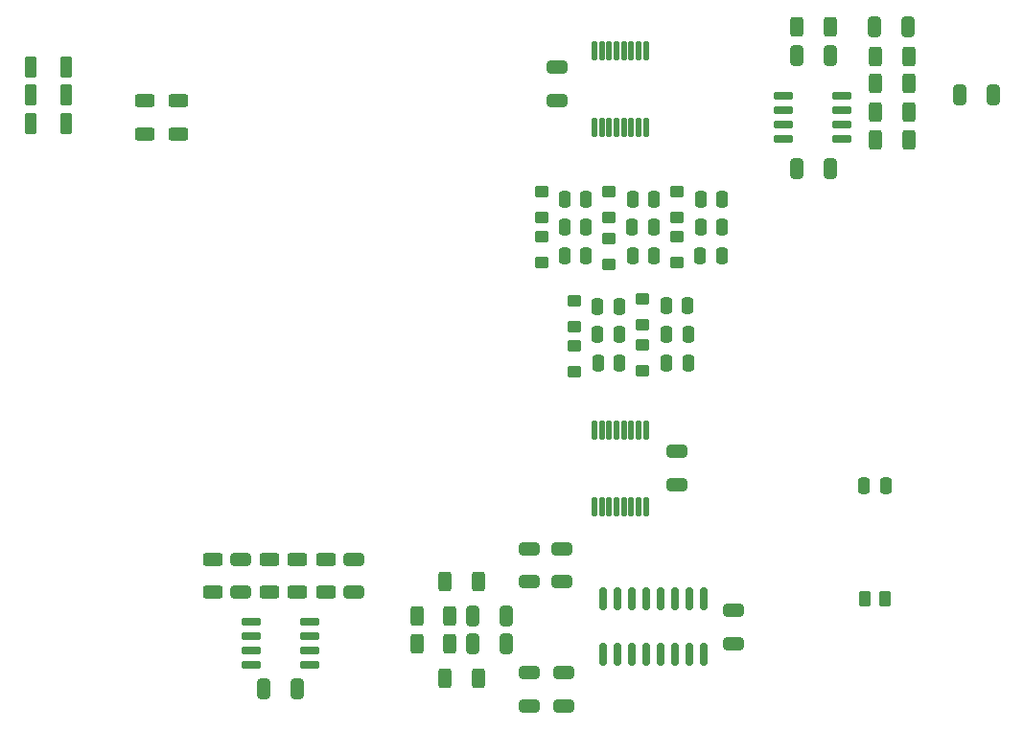
<source format=gbr>
G04 #@! TF.GenerationSoftware,KiCad,Pcbnew,9.0.6*
G04 #@! TF.CreationDate,2025-12-21T12:29:53+08:00*
G04 #@! TF.ProjectId,pico_rx,7069636f-5f72-4782-9e6b-696361645f70,rev?*
G04 #@! TF.SameCoordinates,Original*
G04 #@! TF.FileFunction,Paste,Top*
G04 #@! TF.FilePolarity,Positive*
%FSLAX46Y46*%
G04 Gerber Fmt 4.6, Leading zero omitted, Abs format (unit mm)*
G04 Created by KiCad (PCBNEW 9.0.6) date 2025-12-21 12:29:53*
%MOMM*%
%LPD*%
G01*
G04 APERTURE LIST*
G04 Aperture macros list*
%AMRoundRect*
0 Rectangle with rounded corners*
0 $1 Rounding radius*
0 $2 $3 $4 $5 $6 $7 $8 $9 X,Y pos of 4 corners*
0 Add a 4 corners polygon primitive as box body*
4,1,4,$2,$3,$4,$5,$6,$7,$8,$9,$2,$3,0*
0 Add four circle primitives for the rounded corners*
1,1,$1+$1,$2,$3*
1,1,$1+$1,$4,$5*
1,1,$1+$1,$6,$7*
1,1,$1+$1,$8,$9*
0 Add four rect primitives between the rounded corners*
20,1,$1+$1,$2,$3,$4,$5,0*
20,1,$1+$1,$4,$5,$6,$7,0*
20,1,$1+$1,$6,$7,$8,$9,0*
20,1,$1+$1,$8,$9,$2,$3,0*%
G04 Aperture macros list end*
%ADD10RoundRect,0.250000X-0.312500X-0.625000X0.312500X-0.625000X0.312500X0.625000X-0.312500X0.625000X0*%
%ADD11RoundRect,0.250000X-0.275000X-0.700000X0.275000X-0.700000X0.275000X0.700000X-0.275000X0.700000X0*%
%ADD12RoundRect,0.250000X0.350000X-0.275000X0.350000X0.275000X-0.350000X0.275000X-0.350000X-0.275000X0*%
%ADD13RoundRect,0.250000X-0.325000X-0.650000X0.325000X-0.650000X0.325000X0.650000X-0.325000X0.650000X0*%
%ADD14RoundRect,0.250000X0.312500X0.625000X-0.312500X0.625000X-0.312500X-0.625000X0.312500X-0.625000X0*%
%ADD15RoundRect,0.250000X-0.650000X0.325000X-0.650000X-0.325000X0.650000X-0.325000X0.650000X0.325000X0*%
%ADD16RoundRect,0.250000X0.250000X0.475000X-0.250000X0.475000X-0.250000X-0.475000X0.250000X-0.475000X0*%
%ADD17RoundRect,0.250000X0.325000X0.650000X-0.325000X0.650000X-0.325000X-0.650000X0.325000X-0.650000X0*%
%ADD18RoundRect,0.250000X-0.625000X0.312500X-0.625000X-0.312500X0.625000X-0.312500X0.625000X0.312500X0*%
%ADD19RoundRect,0.125000X0.125000X-0.762500X0.125000X0.762500X-0.125000X0.762500X-0.125000X-0.762500X0*%
%ADD20RoundRect,0.250000X0.650000X-0.325000X0.650000X0.325000X-0.650000X0.325000X-0.650000X-0.325000X0*%
%ADD21RoundRect,0.150000X-0.150000X0.825000X-0.150000X-0.825000X0.150000X-0.825000X0.150000X0.825000X0*%
%ADD22RoundRect,0.150000X0.725000X0.150000X-0.725000X0.150000X-0.725000X-0.150000X0.725000X-0.150000X0*%
%ADD23RoundRect,0.250000X-0.262500X-0.450000X0.262500X-0.450000X0.262500X0.450000X-0.262500X0.450000X0*%
%ADD24RoundRect,0.150000X-0.725000X-0.150000X0.725000X-0.150000X0.725000X0.150000X-0.725000X0.150000X0*%
G04 APERTURE END LIST*
D10*
X127062500Y-139485000D03*
X124137500Y-139485000D03*
D11*
X93175000Y-88460000D03*
X90025000Y-88460000D03*
D12*
X147150000Y-105810000D03*
X147150000Y-103510000D03*
D13*
X129125000Y-136985000D03*
X132075000Y-136985000D03*
D14*
X167612500Y-94960000D03*
X164687500Y-94960000D03*
D15*
X136500000Y-88525000D03*
X136500000Y-91475000D03*
D16*
X139100000Y-105160000D03*
X137200000Y-105160000D03*
D17*
X160650000Y-87460000D03*
X157700000Y-87460000D03*
D16*
X139100000Y-100160000D03*
X137200000Y-100160000D03*
D11*
X90025000Y-93460000D03*
X93175000Y-93460000D03*
D18*
X100100000Y-91497500D03*
X100100000Y-94422500D03*
X113600000Y-131997500D03*
X113600000Y-134922500D03*
D16*
X145100000Y-105160000D03*
X143200000Y-105160000D03*
D19*
X139825000Y-93872500D03*
X140475000Y-93872500D03*
X141125000Y-93872500D03*
X141775000Y-93872500D03*
X142425000Y-93872500D03*
X143075000Y-93872500D03*
X143725000Y-93872500D03*
X144375000Y-93872500D03*
X144375000Y-87047500D03*
X143725000Y-87047500D03*
X143075000Y-87047500D03*
X142425000Y-87047500D03*
X141775000Y-87047500D03*
X141125000Y-87047500D03*
X140475000Y-87047500D03*
X139825000Y-87047500D03*
D18*
X116100000Y-131997500D03*
X116100000Y-134922500D03*
X103100000Y-91497500D03*
X103100000Y-94422500D03*
D10*
X164687500Y-89960000D03*
X167612500Y-89960000D03*
D15*
X108600000Y-131985000D03*
X108600000Y-134935000D03*
D16*
X139100000Y-102660000D03*
X137200000Y-102660000D03*
D12*
X138100000Y-111460000D03*
X138100000Y-109160000D03*
D16*
X145100000Y-100160000D03*
X143200000Y-100160000D03*
X148100000Y-112160000D03*
X146200000Y-112160000D03*
D20*
X134100000Y-144975000D03*
X134100000Y-142025000D03*
D18*
X111100000Y-131997500D03*
X111100000Y-134922500D03*
D15*
X147100000Y-122485000D03*
X147100000Y-125435000D03*
D17*
X167520000Y-84960000D03*
X164570000Y-84960000D03*
D16*
X142000000Y-112160000D03*
X140100000Y-112160000D03*
D21*
X149450000Y-135485000D03*
X148180000Y-135485000D03*
X146910000Y-135485000D03*
X145640000Y-135485000D03*
X144370000Y-135485000D03*
X143100000Y-135485000D03*
X141830000Y-135485000D03*
X140560000Y-135485000D03*
X140560000Y-140435000D03*
X141830000Y-140435000D03*
X143100000Y-140435000D03*
X144370000Y-140435000D03*
X145640000Y-140435000D03*
X146910000Y-140435000D03*
X148180000Y-140435000D03*
X149450000Y-140435000D03*
D14*
X167612500Y-87540000D03*
X164687500Y-87540000D03*
D12*
X141150000Y-101810000D03*
X141150000Y-99510000D03*
D20*
X137100000Y-144975000D03*
X137100000Y-142025000D03*
D15*
X137000000Y-131050000D03*
X137000000Y-134000000D03*
D14*
X160662500Y-84960000D03*
X157737500Y-84960000D03*
D10*
X164687500Y-92460000D03*
X167612500Y-92460000D03*
D12*
X147150000Y-101810000D03*
X147150000Y-99510000D03*
D19*
X139825000Y-127372500D03*
X140475000Y-127372500D03*
X141125000Y-127372500D03*
X141775000Y-127372500D03*
X142425000Y-127372500D03*
X143075000Y-127372500D03*
X143725000Y-127372500D03*
X144375000Y-127372500D03*
X144375000Y-120547500D03*
X143725000Y-120547500D03*
X143075000Y-120547500D03*
X142425000Y-120547500D03*
X141775000Y-120547500D03*
X141125000Y-120547500D03*
X140475000Y-120547500D03*
X139825000Y-120547500D03*
D16*
X145050000Y-102660000D03*
X143150000Y-102660000D03*
X142000000Y-109660000D03*
X140100000Y-109660000D03*
D12*
X141150000Y-105960000D03*
X141150000Y-103660000D03*
D16*
X165550000Y-125460000D03*
X163650000Y-125460000D03*
X151090530Y-105200633D03*
X149190530Y-105200633D03*
D22*
X161675000Y-94865000D03*
X161675000Y-93595000D03*
X161675000Y-92325000D03*
X161675000Y-91055000D03*
X156525000Y-91055000D03*
X156525000Y-92325000D03*
X156525000Y-93595000D03*
X156525000Y-94865000D03*
D23*
X163687500Y-135460000D03*
X165512500Y-135460000D03*
D17*
X113575000Y-143460000D03*
X110625000Y-143460000D03*
D15*
X134100000Y-131050000D03*
X134100000Y-134000000D03*
D12*
X138100000Y-115460000D03*
X138100000Y-113160000D03*
D16*
X151100000Y-100160000D03*
X149200000Y-100160000D03*
X142050000Y-114660000D03*
X140150000Y-114660000D03*
D10*
X124137500Y-136985000D03*
X127062500Y-136985000D03*
D12*
X144100000Y-111310000D03*
X144100000Y-109010000D03*
D13*
X129125000Y-139485000D03*
X132075000Y-139485000D03*
X157700000Y-97460000D03*
X160650000Y-97460000D03*
D15*
X118600000Y-131985000D03*
X118600000Y-134935000D03*
D16*
X148070380Y-109580253D03*
X146170380Y-109580253D03*
X151100000Y-102660000D03*
X149200000Y-102660000D03*
D12*
X135150000Y-105810000D03*
X135150000Y-103510000D03*
X135150000Y-101810000D03*
X135150000Y-99510000D03*
D20*
X152100000Y-139460000D03*
X152100000Y-136510000D03*
D24*
X109525000Y-137555000D03*
X109525000Y-138825000D03*
X109525000Y-140095000D03*
X109525000Y-141365000D03*
X114675000Y-141365000D03*
X114675000Y-140095000D03*
X114675000Y-138825000D03*
X114675000Y-137555000D03*
D12*
X144100000Y-115310000D03*
X144100000Y-113010000D03*
D11*
X90025000Y-90960000D03*
X93175000Y-90960000D03*
D18*
X106100000Y-131997500D03*
X106100000Y-134922500D03*
D13*
X172125000Y-90960000D03*
X175075000Y-90960000D03*
D16*
X148100000Y-114660000D03*
X146200000Y-114660000D03*
D10*
X126637500Y-142485000D03*
X129562500Y-142485000D03*
X126637500Y-133985000D03*
X129562500Y-133985000D03*
M02*

</source>
